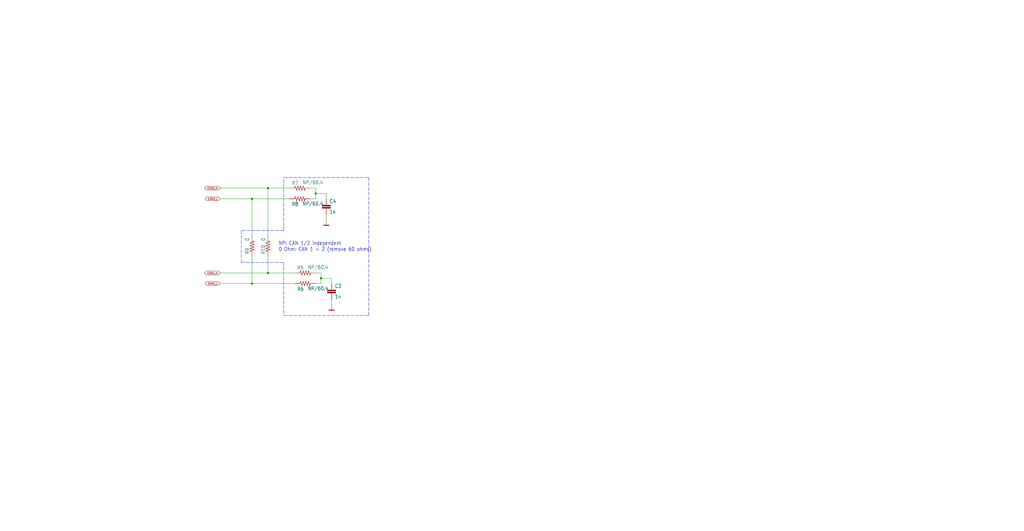
<source format=kicad_sch>
(kicad_sch (version 20211123) (generator eeschema)
  (paper "User" 490.22 254.406)
  (lib_symbols
    (symbol "oresat0-1u-backplane-eagle-import:C-EU0603-C-NOSILK"
      (property "Reference" "C" (at 1.524 0.381 0))
      (property "Value" "C-EU0603-C-NOSILK" (at 1.524 -4.699 0))
      (symbol "C-EU0603-C-NOSILK_1_0"
        (rectangle (start -2.032 -2.032) (end 2.032 -1.524) (fill (type outline)))
        (rectangle (start -2.032 -1.016) (end 2.032 -0.508) (fill (type outline)))
        (polyline (pts (xy 0 -2.54) (xy 0 -2.032)) (stroke (width 0.1524)))
        (polyline (pts (xy 0 0) (xy 0 -0.508)) (stroke (width 0.1524)))
        (pin passive line (at 0 2.54 270) (length 2.54) (name "1") (number "1"))
        (pin passive line (at 0 -5.08 90) (length 2.54) (name "2") (number "2"))
      )
    )
    (symbol "oresat0-1u-backplane-eagle-import:GND" (power)
      (symbol "GND_1_0"
        (polyline (pts (xy -1.27 -2.54) (xy 1.27 -2.54)) (stroke (width 0.4064)))
        (pin power_in line (at 0 0 270) (length 2.54) (name "GND") (number "1"))
      )
    )
    (symbol "oresat0-1u-backplane-eagle-import:R-US_0603-B-NOSILK"
      (property "Reference" "R" (at -3.81 1.4986 0))
      (property "Value" "R-US_0603-B-NOSILK" (at -3.81 -3.302 0))
      (symbol "R-US_0603-B-NOSILK_1_0"
        (polyline (pts (xy -2.54 0) (xy -2.159 1.016)) (stroke (width 0.2032)))
        (polyline (pts (xy -2.159 1.016) (xy -1.524 -1.016)) (stroke (width 0.2032)))
        (polyline (pts (xy -1.524 -1.016) (xy -0.889 1.016)) (stroke (width 0.2032)))
        (polyline (pts (xy -0.889 1.016) (xy -0.254 -1.016)) (stroke (width 0.2032)))
        (polyline (pts (xy -0.254 -1.016) (xy 0.381 1.016)) (stroke (width 0.2032)))
        (polyline (pts (xy 0.381 1.016) (xy 1.016 -1.016)) (stroke (width 0.2032)))
        (polyline (pts (xy 1.016 -1.016) (xy 1.651 1.016)) (stroke (width 0.2032)))
        (polyline (pts (xy 1.651 1.016) (xy 2.286 -1.016)) (stroke (width 0.2032)))
        (polyline (pts (xy 2.286 -1.016) (xy 2.54 0)) (stroke (width 0.2032)))
        (pin passive line (at -5.08 0 0) (length 2.54) (name "1") (number "1"))
        (pin passive line (at 5.08 0 180) (length 2.54) (name "2") (number "2"))
      )
    )
    (symbol "oresat0-1u-backplane-eagle-import:R-US_1206-C"
      (property "Reference" "R" (at -3.81 1.4986 0))
      (property "Value" "R-US_1206-C" (at -3.81 -3.302 0))
      (symbol "R-US_1206-C_1_0"
        (polyline (pts (xy -2.54 0) (xy -2.159 1.016)) (stroke (width 0.2032)))
        (polyline (pts (xy -2.159 1.016) (xy -1.524 -1.016)) (stroke (width 0.2032)))
        (polyline (pts (xy -1.524 -1.016) (xy -0.889 1.016)) (stroke (width 0.2032)))
        (polyline (pts (xy -0.889 1.016) (xy -0.254 -1.016)) (stroke (width 0.2032)))
        (polyline (pts (xy -0.254 -1.016) (xy 0.381 1.016)) (stroke (width 0.2032)))
        (polyline (pts (xy 0.381 1.016) (xy 1.016 -1.016)) (stroke (width 0.2032)))
        (polyline (pts (xy 1.016 -1.016) (xy 1.651 1.016)) (stroke (width 0.2032)))
        (polyline (pts (xy 1.651 1.016) (xy 2.286 -1.016)) (stroke (width 0.2032)))
        (polyline (pts (xy 2.286 -1.016) (xy 2.54 0)) (stroke (width 0.2032)))
        (pin passive line (at -5.08 0 0) (length 2.54) (name "1") (number "1"))
        (pin passive line (at 5.08 0 180) (length 2.54) (name "2") (number "2"))
      )
    )
  )
  (junction (at 120.65 135.89))
  (junction (at 153.67 133.35))
  (junction (at 120.65 95.25))
  (junction (at 151.13 92.71))
  (junction (at 128.27 130.81))
  (junction (at 128.27 90.17))
  (wire (pts (xy 128.27 90.17) (xy 105.41 90.17)))
  (wire (pts (xy 138.43 90.17) (xy 128.27 90.17)))
  (wire (pts (xy 140.97 130.81) (xy 128.27 130.81)))
  (wire (pts (xy 120.65 113.03) (xy 120.65 95.25)))
  (wire (pts (xy 128.27 130.81) (xy 105.41 130.81)))
  (wire (pts (xy 138.43 95.25) (xy 120.65 95.25)))
  (wire (pts (xy 148.59 90.17) (xy 151.13 90.17)))
  (wire (pts (xy 151.13 95.25) (xy 148.59 95.25)))
  (polyline (pts (xy 135.89 110.49) (xy 115.57 110.49)))
  (polyline (pts (xy 135.89 110.49) (xy 135.89 85.09)))
  (polyline (pts (xy 176.53 85.09) (xy 176.53 110.49)))
  (wire (pts (xy 120.65 123.19) (xy 120.65 135.89)))
  (polyline (pts (xy 135.89 151.13) (xy 176.53 151.13)))
  (wire (pts (xy 120.65 135.89) (xy 105.41 135.89)))
  (wire (pts (xy 158.75 135.89) (xy 158.75 133.35)))
  (wire (pts (xy 156.21 102.87) (xy 156.21 105.41)))
  (wire (pts (xy 158.75 143.51) (xy 158.75 146.05)))
  (wire (pts (xy 120.65 95.25) (xy 105.41 95.25)))
  (wire (pts (xy 151.13 92.71) (xy 151.13 95.25)))
  (wire (pts (xy 153.67 133.35) (xy 158.75 133.35)))
  (wire (pts (xy 151.13 90.17) (xy 151.13 92.71)))
  (polyline (pts (xy 115.57 125.73) (xy 135.89 125.73)))
  (wire (pts (xy 153.67 130.81) (xy 153.67 133.35)))
  (polyline (pts (xy 176.53 125.73) (xy 176.53 110.49)))
  (polyline (pts (xy 135.89 85.09) (xy 176.53 85.09)))
  (polyline (pts (xy 176.53 151.13) (xy 176.53 125.73)))
  (wire (pts (xy 151.13 130.81) (xy 153.67 130.81)))
  (wire (pts (xy 151.13 92.71) (xy 156.21 92.71)))
  (polyline (pts (xy 135.89 125.73) (xy 135.89 151.13)))
  (wire (pts (xy 140.97 135.89) (xy 120.65 135.89)))
  (wire (pts (xy 128.27 113.03) (xy 128.27 90.17)))
  (polyline (pts (xy 115.57 110.49) (xy 115.57 125.73)))
  (wire (pts (xy 128.27 123.19) (xy 128.27 130.81)))
  (wire (pts (xy 156.21 92.71) (xy 156.21 95.25)))
  (wire (pts (xy 153.67 133.35) (xy 153.67 135.89)))
  (wire (pts (xy 153.67 135.89) (xy 151.13 135.89)))
  (text "NP: CAN 1/2 independent\n0 Ohm: CAN 1 = 2 (remove 60 ohms)" (at 133.35 120.65 0) (effects (font (size 1.778 1.5113)) (justify left bottom)))
  (global_label "CAN1_H" (shape bidirectional) (at 105.41 130.81 180) (effects (font (size 0.889 0.889))) (property "Intersheet References" "${INTERSHEET_REFS}" (effects hide)))
  (global_label "CAN2_H" (shape bidirectional) (at 105.41 90.17 180) (effects (font (size 0.889 0.889))) (property "Intersheet References" "${INTERSHEET_REFS}" (effects hide)))
  (global_label "CAN2_L" (shape bidirectional) (at 105.41 95.25 180) (effects (font (size 0.889 0.889))) (property "Intersheet References" "${INTERSHEET_REFS}" (effects hide)))
  (global_label "CAN1_L" (shape bidirectional) (at 105.41 135.89 180) (effects (font (size 0.889 0.889))) (property "Intersheet References" "${INTERSHEET_REFS}" (effects hide)))
  (symbol (lib_id "oresat0-1u-backplane-eagle-import:R-US_0603-B-NOSILK") (at 120.65 118.11 90) (unit 1)
    (property "Reference" "R9" (at 119.38 121.92 0) (effects (font (size 1.778 1.5113)) (justify left bottom)))
    (property "Value" "0" (at 119.38 115.57 0) (effects (font (size 1.778 1.5113)) (justify left bottom)))
    (property "Footprint" "oresat0-1u-backplane:.0603-B-NOSILK" (effects hide))
  )
  (symbol (lib_id "oresat0-1u-backplane-eagle-import:C-EU0603-C-NOSILK") (at 156.21 97.79 0) (unit 1)
    (property "Reference" "C4" (at 157.734 97.409 0) (effects (font (size 1.778 1.5113)) (justify left bottom)))
    (property "Value" "1n" (at 157.734 102.489 0) (effects (font (size 1.778 1.5113)) (justify left bottom)))
    (property "Footprint" "oresat0-1u-backplane:.0603-C-NOSILK" (effects hide))
  )
  (symbol (lib_id "oresat0-1u-backplane-eagle-import:R-US_0603-B-NOSILK") (at 128.27 118.11 90) (unit 1)
    (property "Reference" "R10" (at 127 121.92 0) (effects (font (size 1.778 1.5113)) (justify left bottom)))
    (property "Value" "0" (at 127 115.57 0) (effects (font (size 1.778 1.5113)) (justify left bottom)))
    (property "Footprint" "oresat0-1u-backplane:.0603-B-NOSILK" (effects hide))
  )
  (symbol (lib_id "oresat0-1u-backplane-eagle-import:GND") (at 156.21 105.41 0) (unit 1)
    (property "Reference" "#GND018" (effects hide))
    (property "Value" "GND" (effects hide))
    (property "Footprint" "oresat0-1u-backplane:" (effects hide))
  )
  (symbol (lib_id "oresat0-1u-backplane-eagle-import:R-US_1206-C") (at 146.05 130.81 0) (unit 1)
    (property "Reference" "R5" (at 142.24 129.3114 0) (effects (font (size 1.778 1.5113)) (justify left bottom)))
    (property "Value" "NP/60.4" (at 147.32 129.032 0) (effects (font (size 1.778 1.5113)) (justify left bottom)))
    (property "Footprint" "oresat0-1u-backplane:1206-C" (effects hide))
  )
  (symbol (lib_id "oresat0-1u-backplane-eagle-import:R-US_1206-C") (at 143.51 90.17 0) (unit 1)
    (property "Reference" "R7" (at 139.7 88.6714 0) (effects (font (size 1.778 1.5113)) (justify left bottom)))
    (property "Value" "NP/60.4" (at 144.78 88.392 0) (effects (font (size 1.778 1.5113)) (justify left bottom)))
    (property "Footprint" "oresat0-1u-backplane:1206-C" (effects hide))
  )
  (symbol (lib_id "oresat0-1u-backplane-eagle-import:GND") (at 158.75 146.05 0) (unit 1)
    (property "Reference" "#GND020" (effects hide))
    (property "Value" "GND" (effects hide))
    (property "Footprint" "oresat0-1u-backplane:" (effects hide))
  )
  (symbol (lib_id "oresat0-1u-backplane-eagle-import:R-US_1206-C") (at 143.51 95.25 0) (unit 1)
    (property "Reference" "R8" (at 139.7 98.8314 0) (effects (font (size 1.778 1.5113)) (justify left bottom)))
    (property "Value" "NP/60.4" (at 144.78 98.552 0) (effects (font (size 1.778 1.5113)) (justify left bottom)))
    (property "Footprint" "oresat0-1u-backplane:1206-C" (effects hide))
  )
  (symbol (lib_id "oresat0-1u-backplane-eagle-import:R-US_1206-C") (at 146.05 135.89 0) (unit 1)
    (property "Reference" "R6" (at 142.24 139.4714 0) (effects (font (size 1.778 1.5113)) (justify left bottom)))
    (property "Value" "NP/60.4" (at 147.32 139.192 0) (effects (font (size 1.778 1.5113)) (justify left bottom)))
    (property "Footprint" "oresat0-1u-backplane:1206-C" (effects hide))
  )
  (symbol (lib_id "oresat0-1u-backplane-eagle-import:C-EU0603-C-NOSILK") (at 158.75 138.43 0) (unit 1)
    (property "Reference" "C3" (at 160.274 138.049 0) (effects (font (size 1.778 1.5113)) (justify left bottom)))
    (property "Value" "1n" (at 160.274 143.129 0) (effects (font (size 1.778 1.5113)) (justify left bottom)))
    (property "Footprint" "oresat0-1u-backplane:.0603-C-NOSILK" (effects hide))
  )
)
</source>
